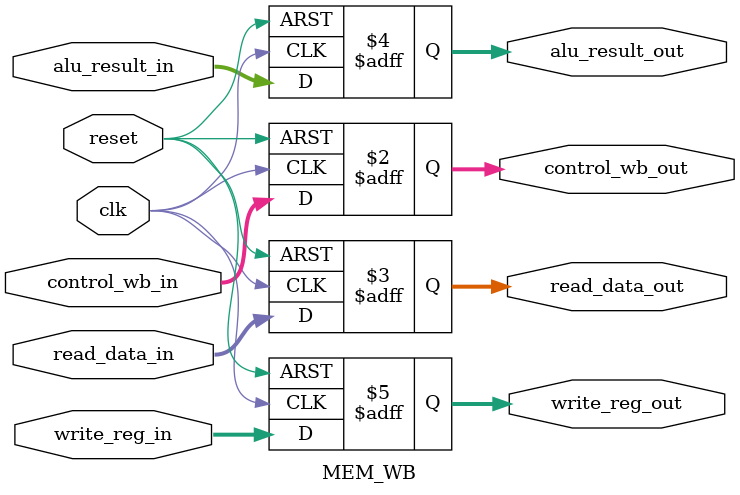
<source format=v>
`timescale 1ns / 1ps

module MEM_WB (
    input clk,
    input reset,
    input [1:0] control_wb_in,
    input [31:0] read_data_in,
    input [31:0] alu_result_in,
    input [4:0] write_reg_in,
    output reg [1:0] control_wb_out,
    output reg [31:0] read_data_out,
    output reg [31:0] alu_result_out,
    output reg [4:0] write_reg_out
);

    always @(posedge clk or posedge reset) begin
        if (reset) begin
            control_wb_out <= 2'b0;
            read_data_out <= 32'b0;
            alu_result_out <= 32'b0;
            write_reg_out <= 5'b0;
        end else begin
            control_wb_out <= control_wb_in;
            read_data_out <= read_data_in;
            alu_result_out <= alu_result_in;
            write_reg_out <= write_reg_in;
        end
    end

endmodule

</source>
